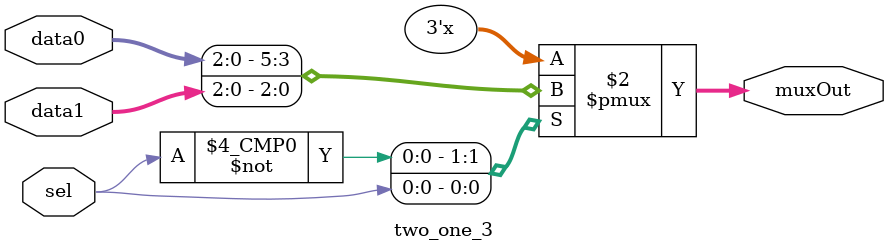
<source format=sv>
module driver_mux(input logic [3:0] BUS_MUX,
						input logic [15:0] PC_Out, MDR_Out, ALU_Out, ADDR_Out,
						output logic [15:0] BUS);
						
						always_comb
							begin
							unique case(BUS_MUX)
								4'b1000 : BUS = PC_Out;
								4'b0100 : BUS = MDR_Out;
								4'b0010 : BUS = ALU_Out;
								4'b0001 : BUS = ADDR_Out;
								default : BUS = {16{1'bx}};
							endcase
							end
						
endmodule


module two_one_16(input logic sel,
					input logic [15:0] data0, data1,
					output logic [15:0] muxOut);
					
					always_comb
						begin
						unique case(sel)
							1'b0 : muxOut = data0;
							1'b1 : muxOut = data1;
							default : muxOut = {16{1'bx}};
						endcase
					end
							
endmodule

module pc_mux(input logic [1:0] PC_select,
				  input logic [15:0] BUS, PC, ADDR,
				  output logic [15:0] mux_out);
				  
				  always_comb
						begin
						unique case(PC_select)
							2'b00 : mux_out = PC + 1; //when 0 PC+1
							2'b10 : mux_out = BUS; //when 1 BUS
							2'b11 : mux_out = ADDR; //when 2 ADDR
							default: mux_out = {16{1'bx}};
						endcase
					end

endmodule

module two_one_3(input logic sel,
					input logic [2:0] data0, data1,
					output logic [2:0] muxOut);
					
						always_comb
						begin
						unique case(sel)
							1'b0 : muxOut = data0;
							1'b1 : muxOut = data1;
							default: muxOut = 'x;
						endcase
					end
					
endmodule


</source>
